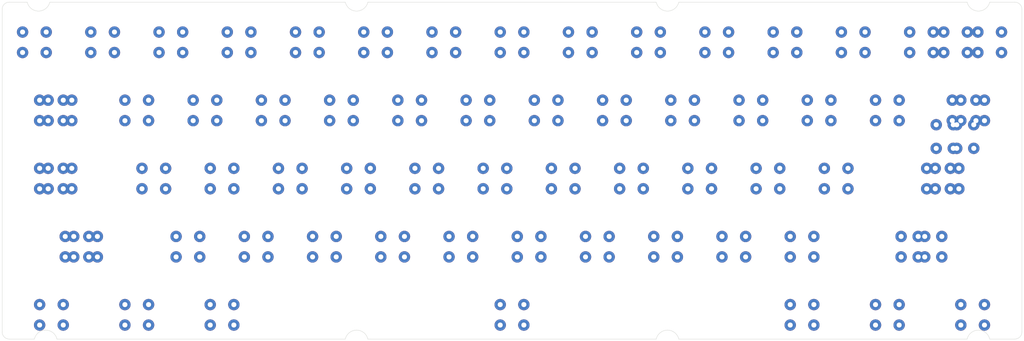
<source format=kicad_pcb>
(kicad_pcb (version 20210126) (generator pcbnew)
  (layers (0 "F.Cu" signal) (31 "B.Cu" signal) (34 "B.Paste" user) (35 "F.Paste" user) (36 "B.SilkS" user "B.Silkscreen") (37 "F.SilkS" user "F.Silkscreen") (38 "B.Mask" user) (39 "F.Mask" user) (44 "Edge.Cuts" user))
  (net 0 "")
  (net 1 "Net-(D28-Pad2)")
  (net 2 "Col0")
  (net 3 "Col1")
  (net 4 "Net-(D0-Pad2)")
  (net 5 "Net-(D1-Pad2)")
  (net 6 "Net-(D2-Pad2)")
  (net 7 "Col2")
  (net 8 "Net-(D3-Pad2)")
  (net 9 "Col3")
  (net 10 "Net-(D4-Pad2)")
  (net 11 "Col4")
  (net 12 "Net-(D5-Pad2)")
  (net 13 "Col5")
  (net 14 "Net-(D6-Pad2)")
  (net 15 "Col6")
  (net 16 "Net-(D7-Pad2)")
  (net 17 "Col7")
  (net 18 "Net-(D8-Pad2)")
  (net 19 "Col8")
  (net 20 "Net-(D9-Pad2)")
  (net 21 "Col9")
  (net 22 "Net-(D10-Pad2)")
  (net 23 "Col10")
  (net 24 "Net-(D11-Pad2)")
  (net 25 "Col11")
  (net 26 "Net-(D12-Pad2)")
  (net 27 "Col12")
  (net 28 "Net-(D13-Pad2)")
  (net 29 "Col13")
  (net 30 "Net-(D16-Pad2)")
  (net 31 "Net-(D17-Pad2)")
  (net 32 "Net-(D18-Pad2)")
  (net 33 "Net-(D19-Pad2)")
  (net 34 "Net-(D20-Pad2)")
  (net 35 "Net-(D21-Pad2)")
  (net 36 "Net-(D22-Pad2)")
  (net 37 "Net-(D23-Pad2)")
  (net 38 "Net-(D24-Pad2)")
  (net 39 "Net-(D25-Pad2)")
  (net 40 "Net-(D26-Pad2)")
  (net 41 "Net-(D27-Pad2)")
  (net 42 "Net-(D30-Pad2)")
  (net 43 "Net-(D31-Pad2)")
  (net 44 "Net-(D32-Pad2)")
  (net 45 "Net-(D33-Pad2)")
  (net 46 "Net-(D34-Pad2)")
  (net 47 "Net-(D35-Pad2)")
  (net 48 "Net-(D36-Pad2)")
  (net 49 "Net-(D37-Pad2)")
  (net 50 "Net-(D38-Pad2)")
  (net 51 "Net-(D39-Pad2)")
  (net 52 "Net-(D40-Pad2)")
  (net 53 "Net-(D55-Pad2)")
  (net 54 "Net-(D45-Pad2)")
  (net 55 "Net-(D46-Pad2)")
  (net 56 "Net-(D47-Pad2)")
  (net 57 "Net-(D48-Pad2)")
  (net 58 "Net-(D49-Pad2)")
  (net 59 "Net-(D50-Pad2)")
  (net 60 "Net-(D51-Pad2)")
  (net 61 "Net-(D52-Pad2)")
  (net 62 "Net-(D53-Pad2)")
  (net 63 "Net-(D54-Pad2)")
  (net 64 "Net-(D56-Pad2)")
  (net 65 "Net-(D57-Pad2)")
  (net 66 "Net-(D58-Pad2)")
  (net 67 "Net-(D59-Pad2)")
  (net 68 "Net-(D60-Pad2)")
  (net 69 "Net-(D61-Pad2)")
  (net 70 "Net-(D62-Pad2)")
  (net 71 "Net-(D14-Pad2)")
  (net 72 "Col14")
  (net 73 "Net-(D15-Pad2)")
  (net 74 "Net-(D29-Pad2)")
  (net 75 "Net-(D42-Pad2)")
  (net 76 "Net-(D43-Pad2)")
  (footprint "hitek725:Hitek725-1U" (layer "F.Cu") (at 122.287386 154.256264)
    (fp_text reference "MX34")
    (fp_text value "MX-NoLED")
    (pad "1" thru_hole circle (at -3.3 5.08) (size 3.18 3.18) (drill 1.4) (layers *.Cu *.Mask) (net 13 "Col5"))
    (pad "1" thru_hole circle (at -3.3 -0.64) (size 3.18 3.18) (drill 1.4) (layers *.Cu *.Mask) (net 13 "Col5"))
    (pad "2" thru_hole circle (at 3.3 -0.64) (size 3.18 3.18) (drill 1.4) (layers *.Cu *.Mask) (net 46 "Net-(D34-Pad2)"))
    (pad "2" thru_hole circle (at 3.3 5.08) (size 3.18 3.18) (drill 1.4) (layers *.Cu *.Mask) (net 46 "Net-(D34-Pad2)"))
  )
  (footprint "hitek725:Hitek725-1U" (layer "F.Cu") (at 127.049886 116.156264)
    (fp_text reference "MX6")
    (fp_text value "MX-NoLED")
    (pad "1" thru_hole circle (at -3.3 -0.64) (size 3.18 3.18) (drill 1.4) (layers *.Cu *.Mask) (net 15 "Col6"))
    (pad "1" thru_hole circle (at -3.3 5.08) (size 3.18 3.18) (drill 1.4) (layers *.Cu *.Mask) (net 15 "Col6"))
    (pad "2" thru_hole circle (at 3.3 5.08) (size 3.18 3.18) (drill 1.4) (layers *.Cu *.Mask) (net 14 "Net-(D6-Pad2)"))
    (pad "2" thru_hole circle (at 3.3 -0.64) (size 3.18 3.18) (drill 1.4) (layers *.Cu *.Mask) (net 14 "Net-(D6-Pad2)"))
  )
  (footprint "hitek725:Hitek725-1U" (layer "F.Cu") (at 169.912386 173.306264)
    (fp_text reference "MX51")
    (fp_text value "MX-NoLED")
    (pad "1" thru_hole circle (at -3.3 5.08) (size 3.18 3.18) (drill 1.4) (layers *.Cu *.Mask) (net 19 "Col8"))
    (pad "1" thru_hole circle (at -3.3 -0.64) (size 3.18 3.18) (drill 1.4) (layers *.Cu *.Mask) (net 19 "Col8"))
    (pad "2" thru_hole circle (at 3.3 -0.64) (size 3.18 3.18) (drill 1.4) (layers *.Cu *.Mask) (net 60 "Net-(D51-Pad2)"))
    (pad "2" thru_hole circle (at 3.3 5.08) (size 3.18 3.18) (drill 1.4) (layers *.Cu *.Mask) (net 60 "Net-(D51-Pad2)"))
  )
  (footprint "hitek725:Hitek725-1U" (layer "F.Cu") (at 103.237386 154.256264)
    (fp_text reference "MX33")
    (fp_text value "MX-NoLED")
    (pad "1" thru_hole circle (at -3.3 5.08) (size 3.18 3.18) (drill 1.4) (layers *.Cu *.Mask) (net 11 "Col4"))
    (pad "1" thru_hole circle (at -3.3 -0.64) (size 3.18 3.18) (drill 1.4) (layers *.Cu *.Mask) (net 11 "Col4"))
    (pad "2" thru_hole circle (at 3.3 5.08) (size 3.18 3.18) (drill 1.4) (layers *.Cu *.Mask) (net 45 "Net-(D33-Pad2)"))
    (pad "2" thru_hole circle (at 3.3 -0.64) (size 3.18 3.18) (drill 1.4) (layers *.Cu *.Mask) (net 45 "Net-(D33-Pad2)"))
  )
  (footprint "hitek725:Hitek725-1U" (layer "F.Cu") (at 188.962386 173.306264)
    (fp_text reference "MX52")
    (fp_text value "MX-NoLED")
    (pad "1" thru_hole circle (at -3.3 -0.64) (size 3.18 3.18) (drill 1.4) (layers *.Cu *.Mask) (net 21 "Col9"))
    (pad "1" thru_hole circle (at -3.3 5.08) (size 3.18 3.18) (drill 1.4) (layers *.Cu *.Mask) (net 21 "Col9"))
    (pad "2" thru_hole circle (at 3.3 5.08) (size 3.18 3.18) (drill 1.4) (layers *.Cu *.Mask) (net 61 "Net-(D52-Pad2)"))
    (pad "2" thru_hole circle (at 3.3 -0.64) (size 3.18 3.18) (drill 1.4) (layers *.Cu *.Mask) (net 61 "Net-(D52-Pad2)"))
  )
  (footprint "hitek725:Hitek725-1U" (layer "F.Cu") (at 98.474886 135.206264)
    (fp_text reference "MX19")
    (fp_text value "MX-NoLED")
    (pad "1" thru_hole circle (at -3.3 -0.64) (size 3.18 3.18) (drill 1.4) (layers *.Cu *.Mask) (net 11 "Col4"))
    (pad "1" thru_hole circle (at -3.3 5.08) (size 3.18 3.18) (drill 1.4) (layers *.Cu *.Mask) (net 11 "Col4"))
    (pad "2" thru_hole circle (at 3.3 5.08) (size 3.18 3.18) (drill 1.4) (layers *.Cu *.Mask) (net 33 "Net-(D19-Pad2)"))
    (pad "2" thru_hole circle (at 3.3 -0.64) (size 3.18 3.18) (drill 1.4) (layers *.Cu *.Mask) (net 33 "Net-(D19-Pad2)"))
  )
  (footprint "hitek725:Hitek725-1U" (layer "F.Cu") (at 69.899886 116.156264)
    (fp_text reference "MX3")
    (fp_text value "MX-NoLED")
    (pad "1" thru_hole circle (at -3.3 -0.64) (size 3.18 3.18) (drill 1.4) (layers *.Cu *.Mask) (net 9 "Col3"))
    (pad "1" thru_hole circle (at -3.3 5.08) (size 3.18 3.18) (drill 1.4) (layers *.Cu *.Mask) (net 9 "Col3"))
    (pad "2" thru_hole circle (at 3.3 -0.64) (size 3.18 3.18) (drill 1.4) (layers *.Cu *.Mask) (net 8 "Net-(D3-Pad2)"))
    (pad "2" thru_hole circle (at 3.3 5.08) (size 3.18 3.18) (drill 1.4) (layers *.Cu *.Mask) (net 8 "Net-(D3-Pad2)"))
  )
  (footprint "hitek725:Hitek725-1U" (layer "F.Cu") (at 146.099886 116.156264)
    (fp_text reference "MX7")
    (fp_text value "MX-NoLED")
    (pad "1" thru_hole circle (at -3.3 -0.64) (size 3.18 3.18) (drill 1.4) (layers *.Cu *.Mask) (net 17 "Col7"))
    (pad "1" thru_hole circle (at -3.3 5.08) (size 3.18 3.18) (drill 1.4) (layers *.Cu *.Mask) (net 17 "Col7"))
    (pad "2" thru_hole circle (at 3.3 5.08) (size 3.18 3.18) (drill 1.4) (layers *.Cu *.Mask) (net 16 "Net-(D7-Pad2)"))
    (pad "2" thru_hole circle (at 3.3 -0.64) (size 3.18 3.18) (drill 1.4) (layers *.Cu *.Mask) (net 16 "Net-(D7-Pad2)"))
  )
  (footprint "hitek725:Hitek725-1U" (layer "F.Cu") (at 12.749886 116.156264)
    (fp_text reference "MX0")
    (fp_text value "MX-NoLED")
    (pad "1" thru_hole circle (at -3.3 -0.64) (size 3.18 3.18) (drill 1.4) (layers *.Cu *.Mask) (net 2 "Col0"))
    (pad "1" thru_hole circle (at -3.3 5.08) (size 3.18 3.18) (drill 1.4) (layers *.Cu *.Mask) (net 2 "Col0"))
    (pad "2" thru_hole circle (at 3.3 -0.64) (size 3.18 3.18) (drill 1.4) (layers *.Cu *.Mask) (net 4 "Net-(D0-Pad2)"))
    (pad "2" thru_hole circle (at 3.3 5.08) (size 3.18 3.18) (drill 1.4) (layers *.Cu *.Mask) (net 4 "Net-(D0-Pad2)"))
  )
  (footprint "hitek725:Hitek725-1U" (layer "F.Cu") (at 88.949886 116.156264)
    (fp_text reference "MX4")
    (fp_text value "MX-NoLED")
    (pad "1" thru_hole circle (at -3.3 -0.64) (size 3.18 3.18) (drill 1.4) (layers *.Cu *.Mask) (net 11 "Col4"))
    (pad "1" thru_hole circle (at -3.3 5.08) (size 3.18 3.18) (drill 1.4) (layers *.Cu *.Mask) (net 11 "Col4"))
    (pad "2" thru_hole circle (at 3.3 5.08) (size 3.18 3.18) (drill 1.4) (layers *.Cu *.Mask) (net 10 "Net-(D4-Pad2)"))
    (pad "2" thru_hole circle (at 3.3 -0.64) (size 3.18 3.18) (drill 1.4) (layers *.Cu *.Mask) (net 10 "Net-(D4-Pad2)"))
  )
  (footprint "hitek725:Hitek725-1U" (layer "F.Cu") (at 179.437386 154.256264)
    (fp_text reference "MX37")
    (fp_text value "MX-NoLED")
    (pad "1" thru_hole circle (at -3.3 5.08) (size 3.18 3.18) (drill 1.4) (layers *.Cu *.Mask) (net 19 "Col8"))
    (pad "1" thru_hole circle (at -3.3 -0.64) (size 3.18 3.18) (drill 1.4) (layers *.Cu *.Mask) (net 19 "Col8"))
    (pad "2" thru_hole circle (at 3.3 5.08) (size 3.18 3.18) (drill 1.4) (layers *.Cu *.Mask) (net 49 "Net-(D37-Pad2)"))
    (pad "2" thru_hole circle (at 3.3 -0.64) (size 3.18 3.18) (drill 1.4) (layers *.Cu *.Mask) (net 49 "Net-(D37-Pad2)"))
  )
  (footprint "hitek725:Hitek725-2.25U" (layer "F.Cu") (at 267.543636 154.256264)
    (fp_text reference "MX42-0")
    (fp_text value "MX-NoLED")
    (pad "1" thru_hole circle (at -3.3 5.08) (size 3.18 3.18) (drill 1.4) (layers *.Cu *.Mask) (net 29 "Col13"))
    (pad "1" thru_hole circle (at -3.3 -0.64) (size 3.18 3.18) (drill 1.4) (layers *.Cu *.Mask) (net 29 "Col13"))
    (pad "2" thru_hole circle (at 3.3 5.08) (size 3.18 3.18) (drill 1.4) (layers *.Cu *.Mask) (net 75 "Net-(D42-Pad2)"))
    (pad "2" thru_hole circle (at 3.3 -0.64) (size 3.18 3.18) (drill 1.4) (layers *.Cu *.Mask) (net 75 "Net-(D42-Pad2)"))
  )
  (footprint "hitek725:Hitek725-1U" (layer "F.Cu") (at 184.199886 116.156264)
    (fp_text reference "MX9")
    (fp_text value "MX-NoLED")
    (pad "1" thru_hole circle (at -3.3 -0.64) (size 3.18 3.18) (drill 1.4) (layers *.Cu *.Mask) (net 21 "Col9"))
    (pad "1" thru_hole circle (at -3.3 5.08) (size 3.18 3.18) (drill 1.4) (layers *.Cu *.Mask) (net 21 "Col9"))
    (pad "2" thru_hole circle (at 3.3 -0.64) (size 3.18 3.18) (drill 1.4) (layers *.Cu *.Mask) (net 20 "Net-(D9-Pad2)"))
    (pad "2" thru_hole circle (at 3.3 5.08) (size 3.18 3.18) (drill 1.4) (layers *.Cu *.Mask) (net 20 "Net-(D9-Pad2)"))
  )
  (footprint "hitek725:Hitek725-BigAssEnter-reversed" (layer "F.Cu") (at 265.162386 144.731264)
    (fp_text reference "MX42-4")
    (fp_text value "MX-NoLED-SI")
    (pad "1" thru_hole circle (at 5.08 -3.3) (size 3.18 3.18) (drill 1.4) (layers *.Cu *.Mask) (net 29 "Col13"))
    (pad "1" thru_hole circle (at -0.64 -3.3) (size 3.18 3.18) (drill 1.4) (layers *.Cu *.Mask) (net 29 "Col13"))
    (pad "2" thru_hole circle (at -0.64 3.3) (size 3.18 3.18) (drill 1.4) (layers *.Cu *.Mask) (net 75 "Net-(D42-Pad2)"))
    (pad "2" thru_hole circle (at 5.08 3.3) (size 3.18 3.18) (drill 1.4) (layers *.Cu *.Mask) (net 75 "Net-(D42-Pad2)"))
  )
  (footprint "hitek725:Hitek725-1U" (layer "F.Cu") (at 217.537386 154.256264)
    (fp_text reference "MX39")
    (fp_text value "MX-NoLED")
    (pad "1" thru_hole circle (at -3.3 5.08) (size 3.18 3.18) (drill 1.4) (layers *.Cu *.Mask) (net 23 "Col10"))
    (pad "1" thru_hole circle (at -3.3 -0.64) (size 3.18 3.18) (drill 1.4) (layers *.Cu *.Mask) (net 23 "Col10"))
    (pad "2" thru_hole circle (at 3.3 -0.64) (size 3.18 3.18) (drill 1.4) (layers *.Cu *.Mask) (net 51 "Net-(D39-Pad2)"))
    (pad "2" thru_hole circle (at 3.3 5.08) (size 3.18 3.18) (drill 1.4) (layers *.Cu *.Mask) (net 51 "Net-(D39-Pad2)"))
  )
  (footprint "hitek725:Hitek725-1U" (layer "F.Cu") (at 84.187386 154.256264)
    (fp_text reference "MX32")
    (fp_text value "MX-NoLED")
    (pad "1" thru_hole circle (at -3.3 5.08) (size 3.18 3.18) (drill 1.4) (layers *.Cu *.Mask) (net 9 "Col3"))
    (pad "1" thru_hole circle (at -3.3 -0.64) (size 3.18 3.18) (drill 1.4) (layers *.Cu *.Mask) (net 9 "Col3"))
    (pad "2" thru_hole circle (at 3.3 5.08) (size 3.18 3.18) (drill 1.4) (layers *.Cu *.Mask) (net 44 "Net-(D32-Pad2)"))
    (pad "2" thru_hole circle (at 3.3 -0.64) (size 3.18 3.18) (drill 1.4) (layers *.Cu *.Mask) (net 44 "Net-(D32-Pad2)"))
  )
  (footprint "hitek725:Hitek725-1U" (layer "F.Cu") (at 222.299886 116.156264)
    (fp_text reference "MX11")
    (fp_text value "MX-NoLED")
    (pad "1" thru_hole circle (at -3.3 5.08) (size 3.18 3.18) (drill 1.4) (layers *.Cu *.Mask) (net 25 "Col11"))
    (pad "1" thru_hole circle (at -3.3 -0.64) (size 3.18 3.18) (drill 1.4) (layers *.Cu *.Mask) (net 25 "Col11"))
    (pad "2" thru_hole circle (at 3.3 -0.64) (size 3.18 3.18) (drill 1.4) (layers *.Cu *.Mask) (net 24 "Net-(D11-Pad2)"))
    (pad "2" thru_hole circle (at 3.3 5.08) (size 3.18 3.18) (drill 1.4) (layers *.Cu *.Mask) (net 24 "Net-(D11-Pad2)"))
  )
  (footprint "hitek725:Hitek725-1U" (layer "F.Cu") (at 131.812386 173.306264)
    (fp_text reference "MX49")
    (fp_text value "MX-NoLED")
    (pad "1" thru_hole circle (at -3.3 5.08) (size 3.18 3.18) (drill 1.4) (layers *.Cu *.Mask) (net 15 "Col6"))
    (pad "1" thru_hole circle (at -3.3 -0.64) (size 3.18 3.18) (drill 1.4) (layers *.Cu *.Mask) (net 15 "Col6"))
    (pad "2" thru_hole circle (at 3.3 -0.64) (size 3.18 3.18) (drill 1.4) (layers *.Cu *.Mask) (net 58 "Net-(D49-Pad2)"))
    (pad "2" thru_hole circle (at 3.3 5.08) (size 3.18 3.18) (drill 1.4) (layers *.Cu *.Mask) (net 58 "Net-(D49-Pad2)"))
  )
  (footprint "hitek725:Hitek725-1U" (layer "F.Cu") (at 250.874886 135.206264)
    (fp_text reference "MX27")
    (fp_text value "MX-NoLED")
    (pad "1" thru_hole circle (at -3.3 -0.64) (size 3.18 3.18) (drill 1.4) (layers *.Cu *.Mask) (net 27 "Col12"))
    (pad "1" thru_hole circle (at -3.3 5.08) (size 3.18 3.18) (drill 1.4) (layers *.Cu *.Mask) (net 27 "Col12"))
    (pad "2" thru_hole circle (at 3.3 5.08) (size 3.18 3.18) (drill 1.4) (layers *.Cu *.Mask) (net 41 "Net-(D27-Pad2)"))
    (pad "2" thru_hole circle (at 3.3 -0.64) (size 3.18 3.18) (drill 1.4) (layers *.Cu *.Mask) (net 41 "Net-(D27-Pad2)"))
  )
  (footprint "hitek725:Hitek725-1.25U" (layer "F.Cu") (at 19.893636 135.206264)
    (fp_text reference "MX15-1")
    (fp_text value "MX-NoLED")
    (pad "1" thru_hole circle (at -3.3 -0.64) (size 3.18 3.18) (drill 1.4) (layers *.Cu *.Mask) (net 2 "Col0"))
    (pad "1" thru_hole circle (at -3.3 5.08) (size 3.18 3.18) (drill 1.4) (layers *.Cu *.Mask) (net 2 "Col0"))
    (pad "2" thru_hole circle (at 3.3 5.08) (size 3.18 3.18) (drill 1.4) (layers *.Cu *.Mask) (net 73 "Net-(D15-Pad2)"))
    (pad "2" thru_hole circle (at 3.3 -0.64) (size 3.18 3.18) (drill 1.4) (layers *.Cu *.Mask) (net 73 "Net-(D15-Pad2)"))
  )
  (footprint "hitek725:Hitek725-1U" (layer "F.Cu") (at 41.324886 135.206264)
    (fp_text reference "MX16")
    (fp_text value "MX-NoLED")
    (pad "1" thru_hole circle (at -3.3 5.08) (size 3.18 3.18) (drill 1.4) (layers *.Cu *.Mask) (net 3 "Col1"))
    (pad "1" thru_hole circle (at -3.3 -0.64) (size 3.18 3.18) (drill 1.4) (layers *.Cu *.Mask) (net 3 "Col1"))
    (pad "2" thru_hole circle (at 3.3 -0.64) (size 3.18 3.18) (drill 1.4) (layers *.Cu *.Mask) (net 30 "Net-(D16-Pad2)"))
    (pad "2" thru_hole circle (at 3.3 5.08) (size 3.18 3.18) (drill 1.4) (layers *.Cu *.Mask) (net 30 "Net-(D16-Pad2)"))
  )
  (footprint "hitek725:Hitek725-1.5U" (layer "F.Cu") (at 17.512386 154.256264)
    (fp_text reference "MX29-1")
    (fp_text value "MX-NoLED")
    (pad "1" thru_hole circle (at -3.3 5.08) (size 3.18 3.18) (drill 1.4) (layers *.Cu *.Mask) (net 2 "Col0"))
    (pad "1" thru_hole circle (at -3.3 -0.64) (size 3.18 3.18) (drill 1.4) (layers *.Cu *.Mask) (net 2 "Col0"))
    (pad "2" thru_hole circle (at 3.3 5.08) (size 3.18 3.18) (drill 1.4) (layers *.Cu *.Mask) (net 74 "Net-(D29-Pad2)"))
    (pad "2" thru_hole circle (at 3.3 -0.64) (size 3.18 3.18) (drill 1.4) (layers *.Cu *.Mask) (net 74 "Net-(D29-Pad2)"))
  )
  (footprint "hitek725:Hitek725-1.5U" (layer "F.Cu") (at 17.512386 192.356264)
    (fp_text reference "MX56")
    (fp_text value "MX-NoLED")
    (pad "1" thru_hole circle (at -3.3 5.08) (size 3.18 3.18) (drill 1.4) (layers *.Cu *.Mask) (net 2 "Col0"))
    (pad "1" thru_hole circle (at -3.3 -0.64) (size 3.18 3.18) (drill 1.4) (layers *.Cu *.Mask) (net 2 "Col0"))
    (pad "2" thru_hole circle (at 3.3 -0.64) (size 3.18 3.18) (drill 1.4) (layers *.Cu *.Mask) (net 64 "Net-(D56-Pad2)"))
    (pad "2" thru_hole circle (at 3.3 5.08) (size 3.18 3.18) (drill 1.4) (layers *.Cu *.Mask) (net 64 "Net-(D56-Pad2)"))
  )
  (footprint "hitek725:Hitek725-1U" (layer "F.Cu") (at 193.724886 135.206264)
    (fp_text reference "MX24")
    (fp_text value "MX-NoLED")
    (pad "1" thru_hole circle (at -3.3 -0.64) (size 3.18 3.18) (drill 1.4) (layers *.Cu *.Mask) (net 21 "Col9"))
    (pad "1" thru_hole circle (at -3.3 5.08) (size 3.18 3.18) (drill 1.4) (layers *.Cu *.Mask) (net 21 "Col9"))
    (pad "2" thru_hole circle (at 3.3 -0.64) (size 3.18 3.18) (drill 1.4) (layers *.Cu *.Mask) (net 38 "Net-(D24-Pad2)"))
    (pad "2" thru_hole circle (at 3.3 5.08) (size 3.18 3.18) (drill 1.4) (layers *.Cu *.Mask) (net 38 "Net-(D24-Pad2)"))
  )
  (footprint "hitek725:Hitek725-1U" (layer "F.Cu") (at 112.762386 173.306264)
    (fp_text reference "MX48")
    (fp_text value "MX-NoLED")
    (pad "1" thru_hole circle (at -3.3 5.08) (size 3.18 3.18) (drill 1.4) (layers *.Cu *.Mask) (net 13 "Col5"))
    (pad "1" thru_hole circle (at -3.3 -0.64) (size 3.18 3.18) (drill 1.4) (layers *.Cu *.Mask) (net 13 "Col5"))
    (pad "2" thru_hole circle (at 3.3 -0.64) (size 3.18 3.18) (drill 1.4) (layers *.Cu *.Mask) (net 57 "Net-(D48-Pad2)"))
    (pad "2" thru_hole circle (at 3.3 5.08) (size 3.18 3.18) (drill 1.4) (layers *.Cu *.Mask) (net 57 "Net-(D48-Pad2)"))
  )
  (footprint "hitek725:Hitek725-1U" (layer "F.Cu") (at 227.062386 173.306264)
    (fp_text reference "MX54")
    (fp_text value "MX-NoLED")
    (pad "1" thru_hole circle (at -3.3 -0.64) (size 3.18 3.18) (drill 1.4) (layers *.Cu *.Mask) (net 25 "Col11"))
    (pad "1" thru_hole circle (at -3.3 5.08) (size 3.18 3.18) (drill 1.4) (layers *.Cu *.Mask) (net 25 "Col11"))
    (pad "2" thru_hole circle (at 3.3 5.08) (size 3.18 3.18) (drill 1.4) (layers *.Cu *.Mask) (net 63 "Net-(D54-Pad2)"))
    (pad "2" thru_hole circle (at 3.3 -0.64) (size 3.18 3.18) (drill 1.4) (layers *.Cu *.Mask) (net 63 "Net-(D54-Pad2)"))
  )
  (footprint "hitek725:Hitek725-1U" (layer "F.Cu") (at 198.487386 154.256264)
    (fp_text reference "MX38")
    (fp_text value "MX-NoLED")
    (pad "1" thru_hole circle (at -3.3 -0.64) (size 3.18 3.18) (drill 1.4) (layers *.Cu *.Mask) (net 21 "Col9"))
    (pad "1" thru_hole circle (at -3.3 5.08) (size 3.18 3.18) (drill 1.4) (layers *.Cu *.Mask) (net 21 "Col9"))
    (pad "2" thru_hole circle (at 3.3 5.08) (size 3.18 3.18) (drill 1.4) (layers *.Cu *.Mask) (net 50 "Net-(D38-Pad2)"))
    (pad "2" thru_hole circle (at 3.3 -0.64) (size 3.18 3.18) (drill 1.4) (layers *.Cu *.Mask) (net 50 "Net-(D38-Pad2)"))
  )
  (footprint "hitek725:Hitek725-1U-reversed" (layer "F.Cu") (at 269.924886 116.156264)
    (fp_text reference "MX14-1")
    (fp_text value "MX-NoLED")
    (pad "1" thru_hole circle (at 3.3 5.08) (size 3.18 3.18) (drill 1.4) (layers *.Cu *.Mask) (net 72 "Col14"))
    (pad "1" thru_hole circle (at 3.3 -0.64) (size 3.18 3.18) (drill 1.4) (layers *.Cu *.Mask) (net 72 "Col14"))
    (pad "2" thru_hole circle (at -3.3 -0.64) (size 3.18 3.18) (drill 1.4) (layers *.Cu *.Mask) (net 71 "Net-(D14-Pad2)"))
    (pad "2" thru_hole circle (at -3.3 5.08) (size 3.18 3.18) (drill 1.4) (layers *.Cu *.Mask) (net 71 "Net-(D14-Pad2)"))
  )
  (footprint "hitek725:Hitek725-1.5U" (layer "F.Cu") (at 65.137386 192.356264)
    (fp_text reference "MX58")
    (fp_text value "MX-NoLED")
    (pad "1" thru_hole circle (at -3.3 5.08) (size 3.18 3.18) (drill 1.4) (layers *.Cu *.Mask) (net 7 "Col2"))
    (pad "1" thru_hole circle (at -3.3 -0.64) (size 3.18 3.18) (drill 1.4) (layers *.Cu *.Mask) (net 7 "Col2"))
    (pad "2" thru_hole circle (at 3.3 5.08) (size 3.18 3.18) (drill 1.4) (layers *.Cu *.Mask) (net 66 "Net-(D58-Pad2)"))
    (pad "2" thru_hole circle (at 3.3 -0.64) (size 3.18 3.18) (drill 1.4) (layers *.Cu *.Mask) (net 66 "Net-(D58-Pad2)"))
  )
  (footprint "hitek725:Hitek725-1.5U" (layer "F.Cu") (at 17.512386 135.206264)
    (fp_text reference "MX15-0")
    (fp_text value "MX-NoLED")
    (pad "1" thru_hole circle (at -3.3 5.08) (size 3.18 3.18) (drill 1.4) (layers *.Cu *.Mask) (net 2 "Col0"))
    (pad "1" thru_hole circle (at -3.3 -0.64) (size 3.18 3.18) (drill 1.4) (layers *.Cu *.Mask) (net 2 "Col0"))
    (pad "2" thru_hole circle (at 3.3 5.08) (size 3.18 3.18) (drill 1.4) (layers *.Cu *.Mask) (net 73 "Net-(D15-Pad2)"))
    (pad "2" thru_hole circle (at 3.3 -0.64) (size 3.18 3.18) (drill 1.4) (layers *.Cu *.Mask) (net 73 "Net-(D15-Pad2)"))
  )
  (footprint "hitek725:Hitek725-BigAssEnter-separated-pins" (layer "F.Cu") (at 269.924886 144.731264)
    (fp_text reference "MX42-3")
    (fp_text value "MX-NoLED-SI")
    (pad "1" thru_hole circle (at -0.64 -3.3) (size 3.18 3.18) (drill 1.4) (layers *.Cu *.Mask) (net 29 "Col13"))
    (pad "2" thru_hole circle (at -0.64 3.3) (size 3.18 3.18) (drill 1.4) (layers *.Cu *.Mask) (net 75 "Net-(D42-Pad2)"))
    (pad "2" thru_hole circle (at 5.08 3.3) (size 3.18 3.18) (drill 1.4) (layers *.Cu *.Mask) (net 75 "Net-(D42-Pad2)"))
    (pad "3" thru_hole circle (at 5.08 -3.3) (size 3.18 3.18) (drill 1.4) (layers *.Cu *.Mask))
  )
  (footprint "hitek725:Hitek725-1U" (layer "F.Cu") (at 107.999886 116.156264)
    (fp_text reference "MX5")
    (fp_text value "MX-NoLED")
    (pad "1" thru_hole circle (at -3.3 5.08) (size 3.18 3.18) (drill 1.4) (layers *.Cu *.Mask) (net 13 "Col5"))
    (pad "1" thru_hole circle (at -3.3 -0.64) (size 3.18 3.18) (drill 1.4) (layers *.Cu *.Mask) (net 13 "Col5"))
    (pad "2" thru_hole circle (at 3.3 5.08) (size 3.18 3.18) (drill 1.4) (layers *.Cu *.Mask) (net 12 "Net-(D5-Pad2)"))
    (pad "2" thru_hole circle (at 3.3 -0.64) (size 3.18 3.18) (drill 1.4) (layers *.Cu *.Mask) (net 12 "Net-(D5-Pad2)"))
  )
  (footprint "hitek725:Hitek725-1.5U" (layer "F.Cu") (at 227.062386 192.356264)
    (fp_text reference "MX60")
    (fp_text value "MX-NoLED")
    (pad "1" thru_hole circle (at -3.3 5.08) (size 3.18 3.18) (drill 1.4) (layers *.Cu *.Mask) (net 25 "Col11"))
    (pad "1" thru_hole circle (at -3.3 -0.64) (size 3.18 3.18) (drill 1.4) (layers *.Cu *.Mask) (net 25 "Col11"))
    (pad "2" thru_hole circle (at 3.3 -0.64) (size 3.18 3.18) (drill 1.4) (layers *.Cu *.Mask) (net 68 "Net-(D60-Pad2)"))
    (pad "2" thru_hole circle (at 3.3 5.08) (size 3.18 3.18) (drill 1.4) (layers *.Cu *.Mask) (net 68 "Net-(D60-Pad2)"))
  )
  (footprint "hitek725:Hitek725-1U" (layer "F.Cu") (at 46.087386 154.256264)
    (fp_text reference "MX30")
    (fp_text value "MX-NoLED")
    (pad "1" thru_hole circle (at -3.3 -0.64) (size 3.18 3.18) (drill 1.4) (layers *.Cu *.Mask) (net 3 "Col1"))
    (pad "1" thru_hole circle (at -3.3 5.08) (size 3.18 3.18) (drill 1.4) (layers *.Cu *.Mask) (net 3 "Col1"))
    (pad "2" thru_hole circle (at 3.3 -0.64) (size 3.18 3.18) (drill 1.4) (layers *.Cu *.Mask) (net 42 "Net-(D30-Pad2)"))
    (pad "2" thru_hole circle (at 3.3 5.08) (size 3.18 3.18) (drill 1.4) (layers *.Cu *.Mask) (net 42 "Net-(D30-Pad2)"))
  )
  (footprint "hitek725:Hitek725-2.75U" (layer "F.Cu") (at 262.781136 173.306264)
    (fp_text reference "MX55-0")
    (fp_text value "MX-NoLED")
    (pad "1" thru_hole circle (at -3.3 -0.64) (size 3.18 3.18) (drill 1.4) (layers *.Cu *.Mask) (net 27 "Col12"))
    (pad "1" thru_hole circle (at -3.3 5.08) (size 3.18 3.18) (drill 1.4) (layers *.Cu *.Mask) (net 27 "Col12"))
    (pad "2" thru_hole circle (at 3.3 -0.64) (size 3.18 3.18) (drill 1.4) (layers *.Cu *.Mask) (net 53 "Net-(D55-Pad2)"))
    (pad "2" thru_hole circle (at 3.3 5.08) (size 3.18 3.18) (drill 1.4) (layers *.Cu *.Mask) (net 53 "Net-(D55-Pad2)"))
  )
  (footprint "hitek725:Hitek725-1U" (layer "F.Cu") (at 231.824886 135.206264)
    (fp_text reference "MX26")
    (fp_text value "MX-NoLED")
    (pad "1" thru_hole circle (at -3.3 -0.64) (size 3.18 3.18) (drill 1.4) (layers *.Cu *.Mask) (net 25 "Col11"))
    (pad "1" thru_hole circle (at -3.3 5.08) (size 3.18 3.18) (drill 1.4) (layers *.Cu *.Mask) (net 25 "Col11"))
    (pad "2" thru_hole circle (at 3.3 -0.64) (size 3.18 3.18) (drill 1.4) (layers *.Cu *.Mask) (net 40 "Net-(D26-Pad2)"))
    (pad "2" thru_hole circle (at 3.3 5.08) (size 3.18 3.18) (drill 1.4) (layers *.Cu *.Mask) (net 40 "Net-(D26-Pad2)"))
  )
  (footprint "hitek725:Hitek725-1U" (layer "F.Cu") (at 60.374886 135.206264)
    (fp_text reference "MX17")
    (fp_text value "MX-NoLED")
    (pad "1" thru_hole circle (at -3.3 -0.64) (size 3.18 3.18) (drill 1.4) (layers *.Cu *.Mask) (net 7 "Col2"))
    (pad "1" thru_hole circle (at -3.3 5.08) (size 3.18 3.18) (drill 1.4) (layers *.Cu *.Mask) (net 7 "Col2"))
    (pad "2" thru_hole circle (at 3.3 5.08) (size 3.18 3.18) (drill 1.4) (layers *.Cu *.Mask) (net 31 "Net-(D17-Pad2)"))
    (pad "2" thru_hole circle (at 3.3 -0.64) (size 3.18 3.18) (drill 1.4) (layers *.Cu *.Mask) (net 31 "Net-(D17-Pad2)"))
  )
  (footprint "hitek725:Hitek725-2U" (layer "F.Cu") (at 265.162386 154.256264)
    (fp_text reference "MX42-1")
    (fp_text value "MX-NoLED")
    (pad "1" thru_hole circle (at -3.3 -0.64) (size 3.18 3.18) (drill 1.4) (layers *.Cu *.Mask) (net 29 "Col13"))
    (pad "1" thru_hole circle (at -3.3 5.08) (size 3.18 3.18) (drill 1.4) (layers *.Cu *.Mask) (net 29 "Col13"))
    (pad "2" thru_hole circle (at 3.3 -0.64) (size 3.18 3.18) (drill 1.4) (layers *.Cu *.Mask) (net 75 "Net-(D42-Pad2)"))
    (pad "2" thru_hole circle (at 3.3 5.08) (size 3.18 3.18) (drill 1.4) (layers *.Cu *.Mask) (net 75 "Net-(D42-Pad2)"))
  )
  (footprint "hitek725:Hitek725-1U" (layer "F.Cu") (at 174.674886 135.206264)
    (fp_text reference "MX23")
    (fp_text value "MX-NoLED")
    (pad "1" thru_hole circle (at -3.3 -0.64) (size 3.18 3.18) (drill 1.4) (layers *.Cu *.Mask) (net 19 "Col8"))
    (pad "1" thru_hole circle (at -3.3 5.08) (size 3.18 3.18) (drill 1.4) (layers *.Cu *.Mask) (net 19 "Col8"))
    (pad "2" thru_hole circle (at 3.3 5.08) (size 3.18 3.18) (drill 1.4) (layers *.Cu *.Mask) (net 37 "Net-(D23-Pad2)"))
    (pad "2" thru_hole circle (at 3.3 -0.64) (size 3.18 3.18) (drill 1.4) (layers *.Cu *.Mask) (net 37 "Net-(D23-Pad2)"))
  )
  (footprint "hitek725:Hitek725-1U" (layer "F.Cu") (at 65.137386 154.256264)
    (fp_text reference "MX31")
    (fp_text value "MX-NoLED")
    (pad "1" thru_hole circle (at -3.3 -0.64) (size 3.18 3.18) (drill 1.4) (layers *.Cu *.Mask) (net 7 "Col2"))
    (pad "1" thru_hole circle (at -3.3 5.08) (size 3.18 3.18) (drill 1.4) (layers *.Cu *.Mask) (net 7 "Col2"))
    (pad "2" thru_hole circle (at 3.3 5.08) (size 3.18 3.18) (drill 1.4) (layers *.Cu *.Mask) (net 43 "Net-(D31-Pad2)"))
    (pad "2" thru_hole circle (at 3.3 -0.64) (size 3.18 3.18) (drill 1.4) (layers *.Cu *.Mask) (net 43 "Net-(D31-Pad2)"))
  )
  (footprint "hitek725:Hitek725-1.75U" (layer "F.Cu") (at 19.893636 154.256264)
    (fp_text reference "MX29-0")
    (fp_text value "MX-NoLED")
    (pad "1" thru_hole circle (at -3.3 -0.64) (size 3.18 3.18) (drill 1.4) (layers *.Cu *.Mask) (net 2 "Col0"))
    (pad "1" thru_hole circle (at -3.3 5.08) (size 3.18 3.18) (drill 1.4) (layers *.Cu *.Mask) (net 2 "Col0"))
    (pad "2" thru_hole circle (at 3.3 5.08) (size 3.18 3.18) (drill 1.4) (layers *.Cu *.Mask) (net 74 "Net-(D29-Pad2)"))
    (pad "2" thru_hole circle (at 3.3 -0.64) (size 3.18 3.18) (drill 1.4) (layers *.Cu *.Mask) (net 74 "Net-(D29-Pad2)"))
  )
  (footprint "hitek725:Hitek725-1U" (layer "F.Cu") (at 93.712386 173.306264)
    (fp_text reference "MX47")
    (fp_text value "MX-NoLED")
    (pad "1" thru_hole circle (at -3.3 -0.64) (size 3.18 3.18) (drill 1.4) (layers *.Cu *.Mask) (net 11 "Col4"))
    (pad "1" thru_hole circle (at -3.3 5.08) (size 3.18 3.18) (drill 1.4) (layers *.Cu *.Mask) (net 11 "Col4"))
    (pad "2" thru_hole circle (at 3.3 5.08) (size 3.18 3.18) (drill 1.4) (layers *.Cu *.Mask) (net 56 "Net-(D47-Pad2)"))
    (pad "2" thru_hole circle (at 3.3 -0.64) (size 3.18 3.18) (drill 1.4) (layers *.Cu *.Mask) (net 56 "Net-(D47-Pad2)"))
  )
  (footprint "hitek725:Hitek725-1U" (layer "F.Cu") (at 136.574886 135.206264)
    (fp_text reference "MX21")
    (fp_text value "MX-NoLED")
    (pad "1" thru_hole circle (at -3.3 -0.64) (size 3.18 3.18) (drill 1.4) (layers *.Cu *.Mask) (net 15 "Col6"))
    (pad "1" thru_hole circle (at -3.3 5.08) (size 3.18 3.18) (drill 1.4) (layers *.Cu *.Mask) (net 15 "Col6"))
    (pad "2" thru_hole circle (at 3.3 -0.64) (size 3.18 3.18) (drill 1.4) (layers *.Cu *.Mask) (net 35 "Net-(D21-Pad2)"))
    (pad "2" thru_hole circle (at 3.3 5.08) (size 3.18 3.18) (drill 1.4) (layers *.Cu *.Mask) (net 35 "Net-(D21-Pad2)"))
  )
  (footprint "hitek725:Hitek725-1U" (layer "F.Cu") (at 279.449886 116.156264)
    (fp_text reference "MX14-0")
    (fp_text value "MX-NoLED")
    (pad "1" thru_hole circle (at -3.3 -0.64) (size 3.18 3.18) (drill 1.4) (layers *.Cu *.Mask) (net 72 "Col14"))
    (pad "1" thru_hole circle (at -3.3 5.08) (size 3.18 3.18) (drill 1.4) (layers *.Cu *.Mask) (net 72 "Col14"))
    (pad "2" thru_hole circle (at 3.3 5.08) (size 3.18 3.18) (drill 1.4) (layers *.Cu *.Mask) (net 71 "Net-(D14-Pad2)"))
    (pad "2" thru_hole circle (at 3.3 -0.64) (size 3.18 3.18) (drill 1.4) (layers *.Cu *.Mask) (net 71 "Net-(D14-Pad2)"))
  )
  (footprint "hitek725:Hitek725-1U" (layer "F.Cu") (at 150.862386 173.306264)
    (fp_text reference "MX50")
    (fp_text value "MX-NoLED")
    (pad "1" thru_hole circle (at -3.3 5.08) (size 3.18 3.18) (drill 1.4) (layers *.Cu *.Mask) (net 17 "Col7"))
    (pad "1" thru_hole circle (at -3.3 -0.64) (size 3.18 3.18) (drill 1.4) (layers *.Cu *.Mask) (net 17 "Col7"))
    (pad "2" thru_hole circle (at 3.3 5.08) (size 3.18 3.18) (drill 1.4) (layers *.Cu *.Mask) (net 59 "Net-(D50-Pad2)"))
    (pad "2" thru_hole circle (at 3.3 -0.64) (size 3.18 3.18) (drill 1.4) (layers *.Cu *.Mask) (net 59 "Net-(D50-Pad2)"))
  )
  (footprint "hitek725:Hitek725-1U" (layer "F.Cu") (at 79.424886 135.206264)
    (fp_text reference "MX18")
    (fp_text value "MX-NoLED")
    (pad "1" thru_hole circle (at -3.3 5.08) (size 3.18 3.18) (drill 1.4) (layers *.Cu *.Mask) (net 9 "Col3"))
    (pad "1" thru_hole circle (at -3.3 -0.64) (size 3.18 3.18) (drill 1.4) (layers *.Cu *.Mask) (net 9 "Col3"))
    (pad "2" thru_hole circle (at 3.3 5.08) (size 3.18 3.18) (drill 1.4) (layers *.Cu *.Mask) (net 32 "Net-(D18-Pad2)"))
    (pad "2" thru_hole circle (at 3.3 -0.64) (size 3.18 3.18) (drill 1.4) (layers *.Cu *.Mask) (net 32 "Net-(D18-Pad2)"))
  )
  (footprint "hitek725:Hitek725-1U" (layer "F.Cu") (at 236.587386 154.256264)
    (fp_text reference "MX40")
    (fp_text value "MX-NoLED")
    (pad "1" thru_hole circle (at -3.3 -0.64) (size 3.18 3.18) (drill 1.4) (layers *.Cu *.Mask) (net 25 "Col11"))
    (pad "1" thru_hole circle (at -3.3 5.08) (size 3.18 3.18) (drill 1.4) (layers *.Cu *.Mask) (net 25 "Col11"))
    (pad "2" thru_hole circle (at 3.3 5.08) (size 3.18 3.18) (drill 1.4) (layers *.Cu *.Mask) (net 52 "Net-(D40-Pad2)"))
    (pad "2" thru_hole circle (at 3.3 -0.64) (size 3.18 3.18) (drill 1.4) (layers *.Cu *.Mask) (net 52 "Net-(D40-Pad2)"))
  )
  (footprint "hitek725:Hitek725-1U" (layer "F.Cu") (at 31.799886 116.156264)
    (fp_text reference "MX1")
    (fp_text value "MX-NoLED")
    (pad "1" thru_hole circle (at -3.3 -0.64) (size 3.18 3.18) (drill 1.4) (layers *.Cu *.Mask) (net 3 "Col1"))
    (pad "1" thru_hole circle (at -3.3 5.08) (size 3.18 3.18) (drill 1.4) (layers *.Cu *.Mask) (net 3 "Col1"))
    (pad "2" thru_hole circle (at 3.3 -0.64) (size 3.18 3.18) (drill 1.4) (layers *.Cu *.Mask) (net 5 "Net-(D1-Pad2)"))
    (pad "2" thru_hole circle (at 3.3 5.08) (size 3.18 3.18) (drill 1.4) (layers *.Cu *.Mask) (net 5 "Net-(D1-Pad2)"))
  )
  (footprint "hitek725:Hitek725-1U" (layer "F.Cu") (at 117.524886 135.206264)
    (fp_text reference "MX20")
    (fp_text value "MX-NoLED")
    (pad "1" thru_hole circle (at -3.3 -0.64) (size 3.18 3.18) (drill 1.4) (layers *.Cu *.Mask) (net 13 "Col5"))
    (pad "1" thru_hole circle (at -3.3 5.08) (size 3.18 3.18) (drill 1.4) (layers *.Cu *.Mask) (net 13 "Col5"))
    (pad "2" thru_hole circle (at 3.3 -0.64) (size 3.18 3.18) (drill 1.4) (layers *.Cu *.Mask) (net 34 "Net-(D20-Pad2)"))
    (pad "2" thru_hole circle (at 3.3 5.08) (size 3.18 3.18) (drill 1.4) (layers *.Cu *.Mask) (net 34 "Net-(D20-Pad2)"))
  )
  (footprint "hitek725:Hitek725-1.5U" (layer "F.Cu") (at 274.687386 135.206264)
    (fp_text reference "MX28-0")
    (fp_text value "MX-NoLED")
    (pad "1" thru_hole circle (at -3.3 -0.64) (size 3.18 3.18) (drill 1.4) (layers *.Cu *.Mask) (net 29 "Col13"))
    (pad "1" thru_hole circle (at -3.3 5.08) (size 3.18 3.18) (drill 1.4) (layers *.Cu *.Mask) (net 29 "Col13"))
    (pad "2" thru_hole circle (at 3.3 -0.64) (size 3.18 3.18) (drill 1.4) (layers *.Cu *.Mask) (net 1 "Net-(D28-Pad2)"))
    (pad "2" thru_hole circle (at 3.3 5.08) (size 3.18 3.18) (drill 1.4) (layers *.Cu *.Mask) (net 1 "Net-(D28-Pad2)"))
  )
  (footprint "hitek725:Hitek725-1U-reversed" (layer "F.Cu") (at 258.018636 173.306264)
    (fp_text reference "MX55-1")
    (fp_text value "MX-NoLED")
    (pad "1" thru_hole circle (at 3.3 5.08) (size 3.18 3.18) (drill 1.4) (layers *.Cu *.Mask) (net 27 "Col12"))
    (pad "1" thru_hole circle (at 3.3 -0.64) (size 3.18 3.18) (drill 1.4) (layers *.Cu *.Mask) (net 27 "Col12"))
    (pad "2" thru_hole circle (at -3.3 -0.64) (size 3.18 3.18) (drill 1.4) (layers *.Cu *.Mask) (net 53 "Net-(D55-Pad2)"))
    (pad "2" thru_hole circle (at -3.3 5.08) (size 3.18 3.18) (drill 1.4) (layers *.Cu *.Mask) (net 53 "Net-(D55-Pad2)"))
  )
  (footprint "hitek725:Hitek725-1U" (layer "F.Cu") (at 55.612386 173.306264)
    (fp_text reference "MX45")
    (fp_text value "MX-NoLED")
    (pad "1" thru_hole circle (at -3.3 5.08) (size 3.18 3.18) (drill 1.4) (layers *.Cu *.Mask) (net 7 "Col2"))
    (pad "1" thru_hole circle (at -3.3 -0.64) (size 3.18 3.18) (drill 1.4) (layers *.Cu *.Mask) (net 7 "Col2"))
    (pad "2" thru_hole circle (at 3.3 -0.64) (size 3.18 3.18) (drill 1.4) (layers *.Cu *.Mask) (net 54 "Net-(D45-Pad2)"))
    (pad "2" thru_hole circle (at 3.3 5.08) (size 3.18 3.18) (drill 1.4) (layers *.Cu *.Mask) (net 54 "Net-(D45-Pad2)"))
  )
  (footprint "hitek725:Hitek725-1U" (layer "F.Cu") (at 208.012386 173.306264)
    (fp_text reference "MX53")
    (fp_text value "MX-NoLED")
    (pad "1" thru_hole circle (at -3.3 -0.64) (size 3.18 3.18) (drill 1.4) (layers *.Cu *.Mask) (net 23 "Col10"))
    (pad "1" thru_hole circle (at -3.3 5.08) (size 3.18 3.18) (drill 1.4) (layers *.Cu *.Mask) (net 23 "Col10"))
    (pad "2" thru_hole circle (at 3.3 -0.64) (size 3.18 3.18) (drill 1.4) (layers *.Cu *.Mask) (net 62 "Net-(D53-Pad2)"))
    (pad "2" thru_hole circle (at 3.3 5.08) (size 3.18 3.18) (drill 1.4) (layers *.Cu *.Mask) (net 62 "Net-(D53-Pad2)"))
  )
  (footprint "hitek725:Hitek725-1.25U" (layer "F.Cu") (at 272.306136 135.206264)
    (fp_text reference "MX28-1")
    (fp_text value "MX-NoLED")
    (pad "1" thru_hole circle (at -3.3 5.08) (size 3.18 3.18) (drill 1.4) (layers *.Cu *.Mask) (net 29 "Col13"))
    (pad "1" thru_hole circle (at -3.3 -0.64) (size 3.18 3.18) (drill 1.4) (layers *.Cu *.Mask) (net 29 "Col13"))
    (pad "2" thru_hole circle (at 3.3 -0.64) (size 3.18 3.18) (drill 1.4) (layers *.Cu *.Mask) (net 1 "Net-(D28-Pad2)"))
    (pad "2" thru_hole circle (at 3.3 5.08) (size 3.18 3.18) (drill 1.4) (layers *.Cu *.Mask) (net 1 "Net-(D28-Pad2)"))
  )
  (footprint "hitek725:Hitek725-1U" (layer "F.Cu") (at 41.324886 192.356264)
    (fp_text reference "MX57")
    (fp_text value "MX-NoLED")
    (pad "1" thru_hole circle (at -3.3 5.08) (size 3.18 3.18) (drill 1.4) (layers *.Cu *.Mask) (net 3 "Col1"))
    (pad "1" thru_hole circle (at -3.3 -0.64) (size 3.18 3.18) (drill 1.4) (layers *.Cu *.Mask) (net 3 "Col1"))
    (pad "2" thru_hole circle (at 3.3 5.08) (size 3.18 3.18) (drill 1.4) (layers *.Cu *.Mask) (net 65 "Net-(D57-Pad2)"))
    (pad "2" thru_hole circle (at 3.3 -0.64) (size 3.18 3.18) (drill 1.4) (layers *.Cu *.Mask) (net 65 "Net-(D57-Pad2)"))
  )
  (footprint "hitek725:Hitek725-1U" (layer "F.Cu") (at 212.774886 135.206264)
    (fp_text reference "MX25")
    (fp_text value "MX-NoLED")
    (pad "1" thru_hole circle (at -3.3 5.08) (size 3.18 3.18) (drill 1.4) (layers *.Cu *.Mask) (net 23 "Col10"))
    (pad "1" thru_hole circle (at -3.3 -0.64) (size 3.18 3.18) (drill 1.4) (layers *.Cu *.Mask) (net 23 "Col10"))
    (pad "2" thru_hole circle (at 3.3 -0.64) (size 3.18 3.18) (drill 1.4) (layers *.Cu *.Mask) (net 39 "Net-(D25-Pad2)"))
    (pad "2" thru_hole circle (at 3.3 5.08) (size 3.18 3.18) (drill 1.4) (layers *.Cu *.Mask) (net 39 "Net-(D25-Pad2)"))
  )
  (footprint "hitek725:Hitek725-1.5U" (layer "F.Cu") (at 274.687386 192.356264)
    (fp_text reference "MX62")
    (fp_text value "MX-NoLED")
    (pad "1" thru_hole circle (at -3.3 -0.64) (size 3.18 3.18) (drill 1.4) (layers *.Cu *.Mask) (net 29 "Col13"))
    (pad "1" thru_hole circle (at -3.3 5.08) (size 3.18 3.18) (drill 1.4) (layers *.Cu *.Mask) (net 29 "Col13"))
    (pad "2" thru_hole circle (at 3.3 5.08) (size 3.18 3.18) (drill 1.4) (layers *.Cu *.Mask) (net 70 "Net-(D62-Pad2)"))
    (pad "2" thru_hole circle (at 3.3 -0.64) (size 3.18 3.18) (drill 1.4) (layers *.Cu *.Mask) (net 70 "Net-(D62-Pad2)"))
  )
  (footprint "hitek725:Hitek725-1U" (layer "F.Cu") (at 203.249886 116.156264)
    (fp_text reference "MX10")
    (fp_text value "MX-NoLED")
    (pad "1" thru_hole circle (at -3.3 5.08) (size 3.18 3.18) (drill 1.4) (layers *.Cu *.Mask) (net 23 "Col10"))
    (pad "1" thru_hole circle (at -3.3 -0.64) (size 3.18 3.18) (drill 1.4) (layers *.Cu *.Mask) (net 23 "Col10"))
    (pad "2" thru_hole circle (at 3.3 5.08) (size 3.18 3.18) (drill 1.4) (layers *.Cu *.Mask) (net 22 "Net-(D10-Pad2)"))
    (pad "2" thru_hole circle (at 3.3 -0.64) (size 3.18 3.18) (drill 1.4) (layers *.Cu *.Mask) (net 22 "Net-(D10-Pad2)"))
  )
  (footprint "hitek725:Hitek725-1U" (layer "F.Cu") (at 160.387386 154.256264)
    (fp_text reference "MX36")
    (fp_text value "MX-NoLED")
    (pad "1" thru_hole circle (at -3.3 5.08) (size 3.18 3.18) (drill 1.4) (layers *.Cu *.Mask) (net 17 "Col7"))
    (pad "1" thru_hole circle (at -3.3 -0.64) (size 3.18 3.18) (drill 1.4) (layers *.Cu *.Mask) (net 17 "Col7"))
    (pad "2" thru_hole circle (at 3.3 5.08) (size 3.18 3.18) (drill 1.4) (layers *.Cu *.Mask) (net 48 "Net-(D36-Pad2)"))
    (pad "2" thru_hole circle (at 3.3 -0.64) (size 3.18 3.18) (drill 1.4) (layers *.Cu *.Mask) (net 48 "Net-(D36-Pad2)"))
  )
  (footprint "hitek725:Hitek725-7U" (layer "F.Cu") (at 146.099886 192.356264)
    (fp_text reference "MX59")
    (fp_text value "MX-NoLED")
    (pad "1" thru_hole circle (at -3.3 5.08) (size 3.18 3.18) (drill 1.4) (layers *.Cu *.Mask) (net 15 "Col6"))
    (pad "1" thru_hole circle (at -3.3 -0.64) (size 3.18 3.18) (drill 1.4) (layers *.Cu *.Mask) (net 15 "Col6"))
    (pad "2" thru_hole circle (at 3.3 -0.64) (size 3.18 3.18) (drill 1.4) (layers *.Cu *.Mask) (net 67 "Net-(D59-Pad2)"))
    (pad "2" thru_hole circle (at 3.3 5.08) (size 3.18 3.18) (drill 1.4) (layers *.Cu *.Mask) (net 67 "Net-(D59-Pad2)"))
  )
  (footprint "hitek725:Hitek725-1U" (layer "F.Cu") (at 241.349886 116.156264)
    (fp_text reference "MX12")
    (fp_text value "MX-NoLED")
    (pad "1" thru_hole circle (at -3.3 -0.64) (size 3.18 3.18) (drill 1.4) (layers *.Cu *.Mask) (net 27 "Col12"))
    (pad "1" thru_hole circle (at -3.3 5.08) (size 3.18 3.18) (drill 1.4) (layers *.Cu *.Mask) (net 27 "Col12"))
    (pad "2" thru_hole circle (at 3.3 -0.64) (size 3.18 3.18) (drill 1.4) (layers *.Cu *.Mask) (net 26 "Net-(D12-Pad2)"))
    (pad "2" thru_hole circle (at 3.3 5.08) (size 3.18 3.18) (drill 1.4) (layers *.Cu *.Mask) (net 26 "Net-(D12-Pad2)"))
  )
  (footprint "hitek725:Hitek725-1U" (layer "F.Cu") (at 155.624886 135.206264)
    (fp_text reference "MX22")
    (fp_text value "MX-NoLED")
    (pad "1" thru_hole circle (at -3.3 5.08) (size 3.18 3.18) (drill 1.4) (layers *.Cu *.Mask) (net 17 "Col7"))
    (pad "1" thru_hole circle (at -3.3 -0.64) (size 3.18 3.18) (drill 1.4) (layers *.Cu *.Mask) (net 17 "Col7"))
    (pad "2" thru_hole circle (at 3.3 5.08) (size 3.18 3.18) (drill 1.4) (layers *.Cu *.Mask) (net 36 "Net-(D22-Pad2)"))
    (pad "2" thru_hole circle (at 3.3 -0.64) (size 3.18 3.18) (drill 1.4) (layers *.Cu *.Mask) (net 36 "Net-(D22-Pad2)"))
  )
  (footprint "hitek725:Hitek725-1U" (layer "F.Cu") (at 260.399886 116.156264)
    (fp_text reference "MX13")
    (fp_text value "MX-NoLED")
    (pad "1" thru_hole circle (at -3.3 -0.64) (size 3.18 3.18) (drill 1.4) (layers *.Cu *.Mask) (net 29 "Col13"))
    (pad "1" thru_hole circle (at -3.3 5.08) (size 3.18 3.18) (drill 1.4) (layers *.Cu *.Mask) (net 29 "Col13"))
    (pad "2" thru_hole circle (at 3.3 -0.64) (size 3.18 3.18) (drill 1.4) (layers *.Cu *.Mask) (net 28 "Net-(D13-Pad2)"))
    (pad "2" thru_hole circle (at 3.3 5.08) (size 3.18 3.18) (drill 1.4) (layers *.Cu *.Mask) (net 28 "Net-(D13-Pad2)"))
  )
  (footprint "hitek725:Hitek725-2.25U" (layer "F.Cu") (at 24.656136 173.306264)
    (fp_text reference "MX43-0")
    (fp_text value "MX-NoLED")
    (pad "1" thru_hole circle (at -3.3 -0.64) (size 3.18 3.18) (drill 1.4) (layers *.Cu *.Mask) (net 2 "Col0"))
    (pad "1" thru_hole circle (at -3.3 5.08) (size 3.18 3.18) (drill 1.4) (layers *.Cu *.Mask) (net 2 "Col0"))
    (pad "2" thru_hole circle (at 3.3 5.08) (size 3.18 3.18) (drill 1.4) (layers *.Cu *.Mask) (net 76 "Net-(D43-Pad2)"))
    (pad "2" thru_hole circle (at 3.3 -0.64) (size 3.18 3.18) (drill 1.4) (layers *.Cu *.Mask) (net 76 "Net-(D43-Pad2)"))
  )
  (footprint "hitek725:Hitek725-1U" (layer "F.Cu") (at 250.874886 192.356264)
    (fp_text reference "MX61")
    (fp_text value "MX-NoLED")
    (pad "1" thru_hole circle (at -3.3 5.08) (size 3.18 3.18) (drill 1.4) (layers *.Cu *.Mask) (net 27 "Col12"))
    (pad "1" thru_hole circle (at -3.3 -0.64) (size 3.18 3.18) (drill 1.4) (layers *.Cu *.Mask) (net 27 "Col12"))
    (pad "2" thru_hole circle (at 3.3 -0.64) (size 3.18 3.18) (drill 1.4) (layers *.Cu *.Mask) (net 69 "Net-(D61-Pad2)"))
    (pad "2" thru_hole circle (at 3.3 5.08) (size 3.18 3.18) (drill 1.4) (layers *.Cu *.Mask) (net 69 "Net-(D61-Pad2)"))
  )
  (footprint "hitek725:Hitek725-1U" (layer "F.Cu") (at 50.849886 116.156264)
    (fp_text reference "MX2")
    (fp_text value "MX-NoLED")
    (pad "1" thru_hole circle (at -3.3 5.08) (size 3.18 3.18) (drill 1.4) (layers *.Cu *.Mask) (net 7 "Col2"))
    (pad "1" thru_hole circle (at -3.3 -0.64) (size 3.18 3.18) (drill 1.4) (layers *.Cu *.Mask) (net 7 "Col2"))
    (pad "2" thru_hole circle (at 3.3 -0.64) (size 3.18 3.18) (drill 1.4) (layers *.Cu *.Mask) (net 6 "Net-(D2-Pad2)"))
    (pad "2" thru_hole circle (at 3.3 5.08) (size 3.18 3.18) (drill 1.4) (layers *.Cu *.Mask) (net 6 "Net-(D2-Pad2)"))
  )
  (footprint "hitek725:Hitek725-1U" (layer "F.Cu") (at 165.149886 116.156264)
    (fp_text reference "MX8")
    (fp_text value "MX-NoLED")
    (pad "1" thru_hole circle (at -3.3 -0.64) (size 3.18 3.18) (drill 1.4) (layers *.Cu *.Mask) (net 19 "Col8"))
    (pad "1" thru_hole circle (at -3.3 5.08) (size 3.18 3.18) (drill 1.4) (layers *.Cu *.Mask) (net 19 "Col8"))
    (pad "2" thru_hole circle (at 3.3 -0.64) (size 3.18 3.18) (drill 1.4) (layers *.Cu *.Mask) (net 18 "Net-(D8-Pad2)"))
    (pad "2" thru_hole circle (at 3.3 5.08) (size 3.18 3.18) (drill 1.4) (layers *.Cu *.Mask) (net 18 "Net-(D8-Pad2)"))
  )
  (footprint "hitek725:Hitek725-1U" (layer "F.Cu") (at 141.337386 154.256264)
    (fp_text reference "MX35")
    (fp_text value "MX-NoLED")
    (pad "1" thru_hole circle (at -3.3 -0.64) (size 3.18 3.18) (drill 1.4) (layers *.Cu *.Mask) (net 15 "Col6"))
    (pad "1" thru_hole circle (at -3.3 5.08) (size 3.18 3.18) (drill 1.4) (layers *.Cu *.Mask) (net 15 "Col6"))
    (pad "2" thru_hole circle (at 3.3 5.08) (size 3.18 3.18) (drill 1.4) (layers *.Cu *.Mask) (net 47 "Net-(D35-Pad2)"))
    (pad "2" thru_hole circle (at 3.3 -0.64) (size 3.18 3.18) (drill 1.4) (layers *.Cu *.Mask) (net 47 "Net-(D35-Pad2)"))
  )
  (footprint "hitek725:Hitek725-1U" (layer "F.Cu") (at 74.662386 173.306264)
    (fp_text reference "MX46")
    (fp_text value "MX-NoLED")
    (pad "1" thru_hole circle (at -3.3 -0.64) (size 3.18 3.18) (drill 1.4) (layers *.Cu *.Mask) (net 9 "Col3"))
    (pad "1" thru_hole circle (at -3.3 5.08) (size 3.18 3.18) (drill 1.4) (layers *.Cu *.Mask) (net 9 "Col3"))
    (pad "2" thru_hole circle (at 3.3 -0.64) (size 3.18 3.18) (drill 1.4) (layers *.Cu *.Mask) (net 55 "Net-(D46-Pad2)"))
    (pad "2" thru_hole circle (at 3.3 5.08) (size 3.18 3.18) (drill 1.4) (layers *.Cu *.Mask) (net 55 "Net-(D46-Pad2)"))
  )
  (footprint "hitek725:Hitek725-2U" (layer "F.Cu") (at 27.037386 173.306264)
    (fp_text reference "MX43-1")
    (fp_text value "MX-NoLED")
    (pad "1" thru_hole circle (at -3.3 5.08) (size 3.18 3.18) (drill 1.4) (layers *.Cu *.Mask) (net 2 "Col0"))
    (pad "1" thru_hole circle (at -3.3 -0.64) (size 3.18 3.18) (drill 1.4) (layers *.Cu *.Mask) (net 2 "Col0"))
    (pad "2" thru_hole circle (at 3.3 -0.64) (size 3.18 3.18) (drill 1.4) (layers *.Cu *.Mask) (net 76 "Net-(D43-Pad2)"))
    (pad "2" thru_hole circle (at 3.3 5.08) (size 3.18 3.18) (drill 1.4) (layers *.Cu *.Mask) (net 76 "Net-(D43-Pad2)"))
  )
  (gr_line (start 17.049894 107.156272) (end 99.549894 107.156272) (layer "Edge.Cuts") (width 0.1))
  (gr_arc (start 102.699893 202.090772) (end 105.849894 201.356272) (angle -153.749206) (layer "Edge.Cuts") (width 0.1))
  (gr_arc (start 102.699894 106.421772) (end 99.549894 107.156272) (angle -153.749206) (layer "Edge.Cuts") (width 0.1))
  (gr_line (start 3.749894 109.156272) (end 3.749894 199.356272) (layer "Edge.Cuts") (width 0.1))
  (gr_arc (start 286.449894 199.356272) (end 286.449894 201.356272) (angle -90) (layer "Edge.Cuts") (width 0.1))
  (gr_line (start 279.450117 107.156273) (end 286.449894 107.156274) (layer "Edge.Cuts") (width 0.1))
  (gr_line (start 186.349894 201.35627) (end 105.849894 201.35627) (layer "Edge.Cuts") (width 0.1))
  (gr_arc (start 189.499894 202.090771) (end 192.649894 201.356272) (angle -153.749206) (layer "Edge.Cuts") (width 0.1))
  (gr_line (start 105.849894 107.156272) (end 186.349894 107.156272) (layer "Edge.Cuts") (width 0.1))
  (gr_arc (start 5.749893 199.356272) (end 3.749894 199.356272) (angle -90) (layer "Edge.Cuts") (width 0.1))
  (gr_arc (start 13.899894 106.421772) (end 10.749894 107.156272) (angle -153.749206) (layer "Edge.Cuts") (width 0.1))
  (gr_arc (start 5.749894 109.156272) (end 5.749894 107.156272) (angle -90) (layer "Edge.Cuts") (width 0.1))
  (gr_line (start 5.749894 107.156272) (end 10.749894 107.156272) (layer "Edge.Cuts") (width 0.1))
  (gr_line (start 288.449894 199.356272) (end 288.449894 109.156271) (layer "Edge.Cuts") (width 0.1))
  (gr_arc (start 276.299894 106.421772) (end 279.450117 107.156273) (angle 153.7500379) (layer "Edge.Cuts") (width 0.1))
  (gr_line (start 192.649894 107.156274) (end 273.149683 107.156323) (layer "Edge.Cuts") (width 0.1))
  (gr_arc (start 15.899894 202.090772) (end 19.049894 201.356272) (angle -153.749206) (layer "Edge.Cuts") (width 0.1))
  (gr_line (start 273.149894 201.35627) (end 192.649894 201.356272) (layer "Edge.Cuts") (width 0.1))
  (gr_line (start 286.449894 201.356272) (end 279.449894 201.356272) (layer "Edge.Cuts") (width 0.1))
  (gr_line (start 99.549892 201.356272) (end 19.049894 201.356272) (layer "Edge.Cuts") (width 0.1))
  (gr_arc (start 189.499894 106.421773) (end 186.349894 107.156272) (angle -153.749206) (layer "Edge.Cuts") (width 0.1))
  (gr_arc (start 286.449894 109.156271) (end 288.449894 109.156271) (angle -90) (layer "Edge.Cuts") (width 0.1))
  (gr_line (start 12.749894 201.356272) (end 5.749893 201.356272) (layer "Edge.Cuts") (width 0.1))
  (gr_arc (start 276.299894 202.090771) (end 279.449894 201.356272) (angle -153.749206) (layer "Edge.Cuts") (width 0.1))
)
</source>
